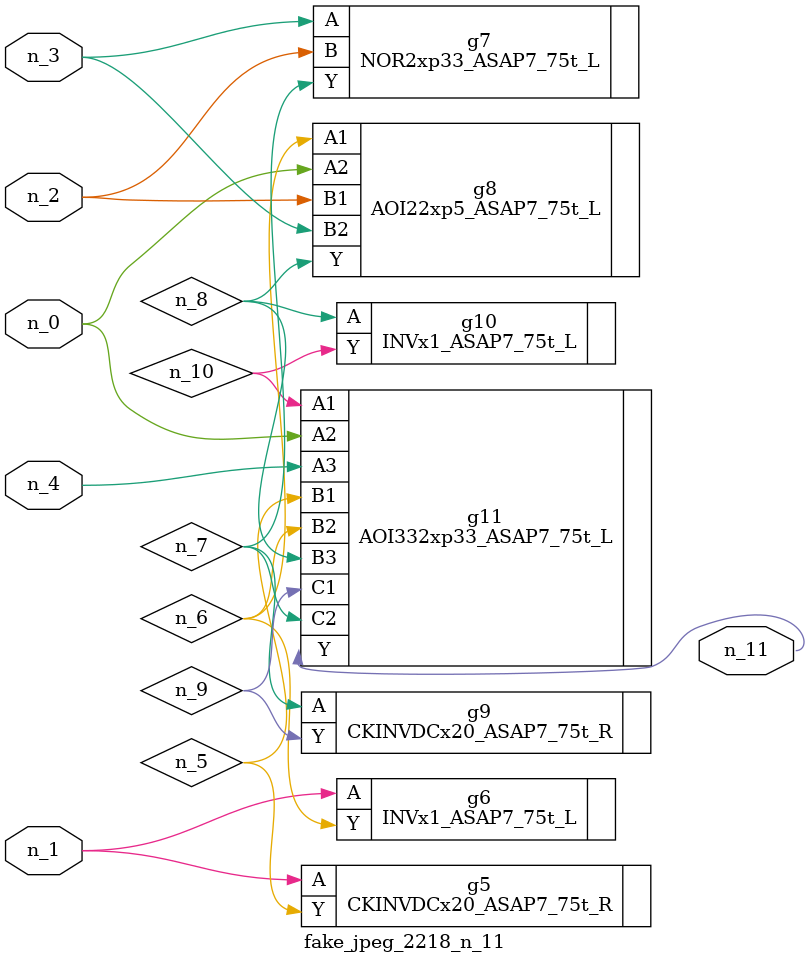
<source format=v>
module fake_jpeg_2218_n_11 (n_3, n_2, n_1, n_0, n_4, n_11);

input n_3;
input n_2;
input n_1;
input n_0;
input n_4;

output n_11;

wire n_10;
wire n_8;
wire n_9;
wire n_6;
wire n_5;
wire n_7;

CKINVDCx20_ASAP7_75t_R g5 ( 
.A(n_1),
.Y(n_5)
);

INVx1_ASAP7_75t_L g6 ( 
.A(n_1),
.Y(n_6)
);

NOR2xp33_ASAP7_75t_L g7 ( 
.A(n_3),
.B(n_2),
.Y(n_7)
);

AOI22xp5_ASAP7_75t_L g8 ( 
.A1(n_6),
.A2(n_0),
.B1(n_2),
.B2(n_3),
.Y(n_8)
);

INVx1_ASAP7_75t_L g10 ( 
.A(n_8),
.Y(n_10)
);

CKINVDCx20_ASAP7_75t_R g9 ( 
.A(n_7),
.Y(n_9)
);

AOI332xp33_ASAP7_75t_L g11 ( 
.A1(n_10),
.A2(n_0),
.A3(n_4),
.B1(n_5),
.B2(n_6),
.B3(n_8),
.C1(n_9),
.C2(n_7),
.Y(n_11)
);


endmodule
</source>
